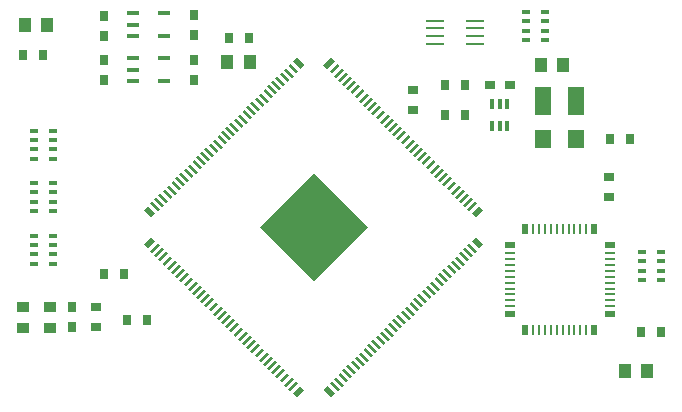
<source format=gtp>
G75*
%MOIN*%
%OFA0B0*%
%FSLAX25Y25*%
%IPPOS*%
%LPD*%
%AMOC8*
5,1,8,0,0,1.08239X$1,22.5*
%
%ADD10R,0.04118X0.04906*%
%ADD11R,0.03543X0.03150*%
%ADD12R,0.05299X0.09630*%
%ADD13R,0.05299X0.06087*%
%ADD14R,0.03150X0.03543*%
%ADD15R,0.03150X0.01575*%
%ADD16R,0.03465X0.01890*%
%ADD17R,0.03701X0.00945*%
%ADD18R,0.01890X0.03465*%
%ADD19R,0.00945X0.03701*%
%ADD20R,0.25378X0.25378*%
%ADD21R,0.01260X0.03819*%
%ADD22R,0.06063X0.00945*%
%ADD23R,0.04291X0.01732*%
%ADD24R,0.04252X0.03465*%
D10*
X0201260Y0137500D03*
X0208740Y0137500D03*
X0104240Y0138500D03*
X0096760Y0138500D03*
X0036740Y0151000D03*
X0029260Y0151000D03*
X0229260Y0035500D03*
X0236740Y0035500D03*
D11*
X0224000Y0093654D03*
X0224000Y0100346D03*
X0190846Y0131000D03*
X0184154Y0131000D03*
X0158500Y0129346D03*
X0158500Y0122654D03*
X0053000Y0056846D03*
X0053000Y0050154D03*
D12*
X0201988Y0125500D03*
X0213012Y0125500D03*
D13*
X0213012Y0113000D03*
X0201988Y0113000D03*
D14*
X0224154Y0113000D03*
X0230846Y0113000D03*
X0175846Y0121000D03*
X0169154Y0121000D03*
X0169154Y0131000D03*
X0175846Y0131000D03*
X0103846Y0146500D03*
X0097154Y0146500D03*
X0085500Y0147654D03*
X0085500Y0154346D03*
X0085500Y0139346D03*
X0085500Y0132654D03*
X0055500Y0132654D03*
X0055500Y0139346D03*
X0055500Y0147154D03*
X0055500Y0153846D03*
X0035346Y0141000D03*
X0028654Y0141000D03*
X0055654Y0068000D03*
X0062346Y0068000D03*
X0045000Y0056846D03*
X0045000Y0050154D03*
X0063154Y0052500D03*
X0069846Y0052500D03*
X0234654Y0048500D03*
X0241346Y0048500D03*
D15*
X0241150Y0065776D03*
X0241150Y0068925D03*
X0241150Y0072075D03*
X0241150Y0075224D03*
X0234850Y0075224D03*
X0234850Y0072075D03*
X0234850Y0068925D03*
X0234850Y0065776D03*
X0202650Y0145776D03*
X0202650Y0148925D03*
X0202650Y0152075D03*
X0202650Y0155224D03*
X0196350Y0155224D03*
X0196350Y0152075D03*
X0196350Y0148925D03*
X0196350Y0145776D03*
X0038650Y0115724D03*
X0038650Y0112575D03*
X0038650Y0109425D03*
X0038650Y0106276D03*
X0032350Y0106276D03*
X0032350Y0109425D03*
X0032350Y0112575D03*
X0032350Y0115724D03*
X0032350Y0098224D03*
X0032350Y0095075D03*
X0032350Y0091925D03*
X0032350Y0088776D03*
X0038650Y0088776D03*
X0038650Y0091925D03*
X0038650Y0095075D03*
X0038650Y0098224D03*
X0038650Y0080724D03*
X0038650Y0077575D03*
X0038650Y0074425D03*
X0038650Y0071276D03*
X0032350Y0071276D03*
X0032350Y0074425D03*
X0032350Y0077575D03*
X0032350Y0080724D03*
D16*
G36*
X0072689Y0078906D02*
X0070241Y0076458D01*
X0068905Y0077794D01*
X0071353Y0080242D01*
X0072689Y0078906D01*
G37*
G36*
X0122242Y0029353D02*
X0119794Y0026905D01*
X0118458Y0028241D01*
X0120906Y0030689D01*
X0122242Y0029353D01*
G37*
X0190768Y0054583D03*
X0224232Y0054583D03*
X0224232Y0077417D03*
X0190768Y0077417D03*
G36*
X0182095Y0089206D02*
X0179647Y0086758D01*
X0178311Y0088094D01*
X0180759Y0090542D01*
X0182095Y0089206D01*
G37*
G36*
X0132542Y0138759D02*
X0130094Y0136311D01*
X0128758Y0137647D01*
X0131206Y0140095D01*
X0132542Y0138759D01*
G37*
D17*
G36*
X0134101Y0137368D02*
X0131486Y0134753D01*
X0130819Y0135420D01*
X0133434Y0138035D01*
X0134101Y0137368D01*
G37*
G36*
X0135493Y0135976D02*
X0132878Y0133361D01*
X0132211Y0134028D01*
X0134826Y0136643D01*
X0135493Y0135976D01*
G37*
G36*
X0136885Y0134584D02*
X0134270Y0131969D01*
X0133603Y0132636D01*
X0136218Y0135251D01*
X0136885Y0134584D01*
G37*
G36*
X0138277Y0133192D02*
X0135662Y0130577D01*
X0134995Y0131244D01*
X0137610Y0133859D01*
X0138277Y0133192D01*
G37*
G36*
X0139668Y0131800D02*
X0137053Y0129185D01*
X0136386Y0129852D01*
X0139001Y0132467D01*
X0139668Y0131800D01*
G37*
G36*
X0141060Y0130408D02*
X0138445Y0127793D01*
X0137778Y0128460D01*
X0140393Y0131075D01*
X0141060Y0130408D01*
G37*
G36*
X0142452Y0129016D02*
X0139837Y0126401D01*
X0139170Y0127068D01*
X0141785Y0129683D01*
X0142452Y0129016D01*
G37*
G36*
X0143844Y0127624D02*
X0141229Y0125009D01*
X0140562Y0125676D01*
X0143177Y0128291D01*
X0143844Y0127624D01*
G37*
G36*
X0145236Y0126232D02*
X0142621Y0123617D01*
X0141954Y0124284D01*
X0144569Y0126899D01*
X0145236Y0126232D01*
G37*
G36*
X0146628Y0124840D02*
X0144013Y0122225D01*
X0143346Y0122892D01*
X0145961Y0125507D01*
X0146628Y0124840D01*
G37*
G36*
X0148020Y0123448D02*
X0145405Y0120833D01*
X0144738Y0121500D01*
X0147353Y0124115D01*
X0148020Y0123448D01*
G37*
G36*
X0149412Y0122056D02*
X0146797Y0119441D01*
X0146130Y0120108D01*
X0148745Y0122723D01*
X0149412Y0122056D01*
G37*
G36*
X0150804Y0120665D02*
X0148189Y0118050D01*
X0147522Y0118717D01*
X0150137Y0121332D01*
X0150804Y0120665D01*
G37*
G36*
X0152196Y0119273D02*
X0149581Y0116658D01*
X0148914Y0117325D01*
X0151529Y0119940D01*
X0152196Y0119273D01*
G37*
G36*
X0153588Y0117881D02*
X0150973Y0115266D01*
X0150306Y0115933D01*
X0152921Y0118548D01*
X0153588Y0117881D01*
G37*
G36*
X0154980Y0116489D02*
X0152365Y0113874D01*
X0151698Y0114541D01*
X0154313Y0117156D01*
X0154980Y0116489D01*
G37*
G36*
X0156372Y0115097D02*
X0153757Y0112482D01*
X0153090Y0113149D01*
X0155705Y0115764D01*
X0156372Y0115097D01*
G37*
G36*
X0157764Y0113705D02*
X0155149Y0111090D01*
X0154482Y0111757D01*
X0157097Y0114372D01*
X0157764Y0113705D01*
G37*
G36*
X0159156Y0112313D02*
X0156541Y0109698D01*
X0155874Y0110365D01*
X0158489Y0112980D01*
X0159156Y0112313D01*
G37*
G36*
X0160548Y0110921D02*
X0157933Y0108306D01*
X0157266Y0108973D01*
X0159881Y0111588D01*
X0160548Y0110921D01*
G37*
G36*
X0161940Y0109529D02*
X0159325Y0106914D01*
X0158658Y0107581D01*
X0161273Y0110196D01*
X0161940Y0109529D01*
G37*
G36*
X0163332Y0108137D02*
X0160717Y0105522D01*
X0160050Y0106189D01*
X0162665Y0108804D01*
X0163332Y0108137D01*
G37*
G36*
X0164723Y0106745D02*
X0162108Y0104130D01*
X0161441Y0104797D01*
X0164056Y0107412D01*
X0164723Y0106745D01*
G37*
G36*
X0166115Y0105353D02*
X0163500Y0102738D01*
X0162833Y0103405D01*
X0165448Y0106020D01*
X0166115Y0105353D01*
G37*
G36*
X0167507Y0103961D02*
X0164892Y0101346D01*
X0164225Y0102013D01*
X0166840Y0104628D01*
X0167507Y0103961D01*
G37*
G36*
X0168899Y0102569D02*
X0166284Y0099954D01*
X0165617Y0100621D01*
X0168232Y0103236D01*
X0168899Y0102569D01*
G37*
G36*
X0170291Y0101177D02*
X0167676Y0098562D01*
X0167009Y0099229D01*
X0169624Y0101844D01*
X0170291Y0101177D01*
G37*
G36*
X0171683Y0099785D02*
X0169068Y0097170D01*
X0168401Y0097837D01*
X0171016Y0100452D01*
X0171683Y0099785D01*
G37*
G36*
X0173075Y0098393D02*
X0170460Y0095778D01*
X0169793Y0096445D01*
X0172408Y0099060D01*
X0173075Y0098393D01*
G37*
G36*
X0174467Y0097001D02*
X0171852Y0094386D01*
X0171185Y0095053D01*
X0173800Y0097668D01*
X0174467Y0097001D01*
G37*
G36*
X0175859Y0095610D02*
X0173244Y0092995D01*
X0172577Y0093662D01*
X0175192Y0096277D01*
X0175859Y0095610D01*
G37*
G36*
X0177251Y0094218D02*
X0174636Y0091603D01*
X0173969Y0092270D01*
X0176584Y0094885D01*
X0177251Y0094218D01*
G37*
G36*
X0178643Y0092826D02*
X0176028Y0090211D01*
X0175361Y0090878D01*
X0177976Y0093493D01*
X0178643Y0092826D01*
G37*
G36*
X0180035Y0091434D02*
X0177420Y0088819D01*
X0176753Y0089486D01*
X0179368Y0092101D01*
X0180035Y0091434D01*
G37*
X0190768Y0074858D03*
X0190768Y0072890D03*
X0190768Y0070921D03*
X0190768Y0068953D03*
X0190768Y0066984D03*
X0190768Y0065016D03*
X0190768Y0063047D03*
X0190768Y0061079D03*
X0190768Y0059110D03*
X0190768Y0057142D03*
X0224232Y0057142D03*
X0224232Y0059110D03*
X0224232Y0061079D03*
X0224232Y0063047D03*
X0224232Y0065016D03*
X0224232Y0066984D03*
X0224232Y0068953D03*
X0224232Y0070921D03*
X0224232Y0072890D03*
X0224232Y0074858D03*
G36*
X0120181Y0031580D02*
X0117566Y0028965D01*
X0116899Y0029632D01*
X0119514Y0032247D01*
X0120181Y0031580D01*
G37*
G36*
X0118789Y0032972D02*
X0116174Y0030357D01*
X0115507Y0031024D01*
X0118122Y0033639D01*
X0118789Y0032972D01*
G37*
G36*
X0117397Y0034364D02*
X0114782Y0031749D01*
X0114115Y0032416D01*
X0116730Y0035031D01*
X0117397Y0034364D01*
G37*
G36*
X0116005Y0035756D02*
X0113390Y0033141D01*
X0112723Y0033808D01*
X0115338Y0036423D01*
X0116005Y0035756D01*
G37*
G36*
X0114614Y0037148D02*
X0111999Y0034533D01*
X0111332Y0035200D01*
X0113947Y0037815D01*
X0114614Y0037148D01*
G37*
G36*
X0113222Y0038540D02*
X0110607Y0035925D01*
X0109940Y0036592D01*
X0112555Y0039207D01*
X0113222Y0038540D01*
G37*
G36*
X0111830Y0039932D02*
X0109215Y0037317D01*
X0108548Y0037984D01*
X0111163Y0040599D01*
X0111830Y0039932D01*
G37*
G36*
X0110438Y0041324D02*
X0107823Y0038709D01*
X0107156Y0039376D01*
X0109771Y0041991D01*
X0110438Y0041324D01*
G37*
G36*
X0109046Y0042716D02*
X0106431Y0040101D01*
X0105764Y0040768D01*
X0108379Y0043383D01*
X0109046Y0042716D01*
G37*
G36*
X0107654Y0044108D02*
X0105039Y0041493D01*
X0104372Y0042160D01*
X0106987Y0044775D01*
X0107654Y0044108D01*
G37*
G36*
X0106262Y0045500D02*
X0103647Y0042885D01*
X0102980Y0043552D01*
X0105595Y0046167D01*
X0106262Y0045500D01*
G37*
G36*
X0104870Y0046892D02*
X0102255Y0044277D01*
X0101588Y0044944D01*
X0104203Y0047559D01*
X0104870Y0046892D01*
G37*
G36*
X0103478Y0048283D02*
X0100863Y0045668D01*
X0100196Y0046335D01*
X0102811Y0048950D01*
X0103478Y0048283D01*
G37*
G36*
X0102086Y0049675D02*
X0099471Y0047060D01*
X0098804Y0047727D01*
X0101419Y0050342D01*
X0102086Y0049675D01*
G37*
G36*
X0100694Y0051067D02*
X0098079Y0048452D01*
X0097412Y0049119D01*
X0100027Y0051734D01*
X0100694Y0051067D01*
G37*
G36*
X0099302Y0052459D02*
X0096687Y0049844D01*
X0096020Y0050511D01*
X0098635Y0053126D01*
X0099302Y0052459D01*
G37*
G36*
X0097910Y0053851D02*
X0095295Y0051236D01*
X0094628Y0051903D01*
X0097243Y0054518D01*
X0097910Y0053851D01*
G37*
G36*
X0096518Y0055243D02*
X0093903Y0052628D01*
X0093236Y0053295D01*
X0095851Y0055910D01*
X0096518Y0055243D01*
G37*
G36*
X0095126Y0056635D02*
X0092511Y0054020D01*
X0091844Y0054687D01*
X0094459Y0057302D01*
X0095126Y0056635D01*
G37*
G36*
X0093734Y0058027D02*
X0091119Y0055412D01*
X0090452Y0056079D01*
X0093067Y0058694D01*
X0093734Y0058027D01*
G37*
G36*
X0092342Y0059419D02*
X0089727Y0056804D01*
X0089060Y0057471D01*
X0091675Y0060086D01*
X0092342Y0059419D01*
G37*
G36*
X0090950Y0060811D02*
X0088335Y0058196D01*
X0087668Y0058863D01*
X0090283Y0061478D01*
X0090950Y0060811D01*
G37*
G36*
X0089559Y0062203D02*
X0086944Y0059588D01*
X0086277Y0060255D01*
X0088892Y0062870D01*
X0089559Y0062203D01*
G37*
G36*
X0088167Y0063595D02*
X0085552Y0060980D01*
X0084885Y0061647D01*
X0087500Y0064262D01*
X0088167Y0063595D01*
G37*
G36*
X0086775Y0064987D02*
X0084160Y0062372D01*
X0083493Y0063039D01*
X0086108Y0065654D01*
X0086775Y0064987D01*
G37*
G36*
X0085383Y0066379D02*
X0082768Y0063764D01*
X0082101Y0064431D01*
X0084716Y0067046D01*
X0085383Y0066379D01*
G37*
G36*
X0083991Y0067771D02*
X0081376Y0065156D01*
X0080709Y0065823D01*
X0083324Y0068438D01*
X0083991Y0067771D01*
G37*
G36*
X0082599Y0069163D02*
X0079984Y0066548D01*
X0079317Y0067215D01*
X0081932Y0069830D01*
X0082599Y0069163D01*
G37*
G36*
X0081207Y0070555D02*
X0078592Y0067940D01*
X0077925Y0068607D01*
X0080540Y0071222D01*
X0081207Y0070555D01*
G37*
G36*
X0079815Y0071947D02*
X0077200Y0069332D01*
X0076533Y0069999D01*
X0079148Y0072614D01*
X0079815Y0071947D01*
G37*
G36*
X0078423Y0073338D02*
X0075808Y0070723D01*
X0075141Y0071390D01*
X0077756Y0074005D01*
X0078423Y0073338D01*
G37*
G36*
X0077031Y0074730D02*
X0074416Y0072115D01*
X0073749Y0072782D01*
X0076364Y0075397D01*
X0077031Y0074730D01*
G37*
G36*
X0075639Y0076122D02*
X0073024Y0073507D01*
X0072357Y0074174D01*
X0074972Y0076789D01*
X0075639Y0076122D01*
G37*
G36*
X0074247Y0077514D02*
X0071632Y0074899D01*
X0070965Y0075566D01*
X0073580Y0078181D01*
X0074247Y0077514D01*
G37*
D18*
G36*
X0072689Y0088094D02*
X0071353Y0086758D01*
X0068905Y0089206D01*
X0070241Y0090542D01*
X0072689Y0088094D01*
G37*
G36*
X0122242Y0137647D02*
X0120906Y0136311D01*
X0118458Y0138759D01*
X0119794Y0140095D01*
X0122242Y0137647D01*
G37*
X0196083Y0082732D03*
G36*
X0182095Y0077794D02*
X0180759Y0076458D01*
X0178311Y0078906D01*
X0179647Y0080242D01*
X0182095Y0077794D01*
G37*
X0218917Y0082732D03*
X0218917Y0049268D03*
X0196083Y0049268D03*
G36*
X0132542Y0028241D02*
X0131206Y0026905D01*
X0128758Y0029353D01*
X0130094Y0030689D01*
X0132542Y0028241D01*
G37*
D19*
G36*
X0134101Y0029632D02*
X0133434Y0028965D01*
X0130819Y0031580D01*
X0131486Y0032247D01*
X0134101Y0029632D01*
G37*
G36*
X0135493Y0031024D02*
X0134826Y0030357D01*
X0132211Y0032972D01*
X0132878Y0033639D01*
X0135493Y0031024D01*
G37*
G36*
X0136885Y0032416D02*
X0136218Y0031749D01*
X0133603Y0034364D01*
X0134270Y0035031D01*
X0136885Y0032416D01*
G37*
G36*
X0138277Y0033808D02*
X0137610Y0033141D01*
X0134995Y0035756D01*
X0135662Y0036423D01*
X0138277Y0033808D01*
G37*
G36*
X0139668Y0035200D02*
X0139001Y0034533D01*
X0136386Y0037148D01*
X0137053Y0037815D01*
X0139668Y0035200D01*
G37*
G36*
X0141060Y0036592D02*
X0140393Y0035925D01*
X0137778Y0038540D01*
X0138445Y0039207D01*
X0141060Y0036592D01*
G37*
G36*
X0142452Y0037984D02*
X0141785Y0037317D01*
X0139170Y0039932D01*
X0139837Y0040599D01*
X0142452Y0037984D01*
G37*
G36*
X0143844Y0039376D02*
X0143177Y0038709D01*
X0140562Y0041324D01*
X0141229Y0041991D01*
X0143844Y0039376D01*
G37*
G36*
X0145236Y0040768D02*
X0144569Y0040101D01*
X0141954Y0042716D01*
X0142621Y0043383D01*
X0145236Y0040768D01*
G37*
G36*
X0146628Y0042160D02*
X0145961Y0041493D01*
X0143346Y0044108D01*
X0144013Y0044775D01*
X0146628Y0042160D01*
G37*
G36*
X0148020Y0043552D02*
X0147353Y0042885D01*
X0144738Y0045500D01*
X0145405Y0046167D01*
X0148020Y0043552D01*
G37*
G36*
X0149412Y0044944D02*
X0148745Y0044277D01*
X0146130Y0046892D01*
X0146797Y0047559D01*
X0149412Y0044944D01*
G37*
G36*
X0150804Y0046335D02*
X0150137Y0045668D01*
X0147522Y0048283D01*
X0148189Y0048950D01*
X0150804Y0046335D01*
G37*
G36*
X0152196Y0047727D02*
X0151529Y0047060D01*
X0148914Y0049675D01*
X0149581Y0050342D01*
X0152196Y0047727D01*
G37*
G36*
X0153588Y0049119D02*
X0152921Y0048452D01*
X0150306Y0051067D01*
X0150973Y0051734D01*
X0153588Y0049119D01*
G37*
G36*
X0154980Y0050511D02*
X0154313Y0049844D01*
X0151698Y0052459D01*
X0152365Y0053126D01*
X0154980Y0050511D01*
G37*
G36*
X0156372Y0051903D02*
X0155705Y0051236D01*
X0153090Y0053851D01*
X0153757Y0054518D01*
X0156372Y0051903D01*
G37*
G36*
X0157764Y0053295D02*
X0157097Y0052628D01*
X0154482Y0055243D01*
X0155149Y0055910D01*
X0157764Y0053295D01*
G37*
G36*
X0159156Y0054687D02*
X0158489Y0054020D01*
X0155874Y0056635D01*
X0156541Y0057302D01*
X0159156Y0054687D01*
G37*
G36*
X0160548Y0056079D02*
X0159881Y0055412D01*
X0157266Y0058027D01*
X0157933Y0058694D01*
X0160548Y0056079D01*
G37*
G36*
X0161940Y0057471D02*
X0161273Y0056804D01*
X0158658Y0059419D01*
X0159325Y0060086D01*
X0161940Y0057471D01*
G37*
G36*
X0163332Y0058863D02*
X0162665Y0058196D01*
X0160050Y0060811D01*
X0160717Y0061478D01*
X0163332Y0058863D01*
G37*
G36*
X0164723Y0060255D02*
X0164056Y0059588D01*
X0161441Y0062203D01*
X0162108Y0062870D01*
X0164723Y0060255D01*
G37*
G36*
X0166115Y0061647D02*
X0165448Y0060980D01*
X0162833Y0063595D01*
X0163500Y0064262D01*
X0166115Y0061647D01*
G37*
G36*
X0167507Y0063039D02*
X0166840Y0062372D01*
X0164225Y0064987D01*
X0164892Y0065654D01*
X0167507Y0063039D01*
G37*
G36*
X0168899Y0064431D02*
X0168232Y0063764D01*
X0165617Y0066379D01*
X0166284Y0067046D01*
X0168899Y0064431D01*
G37*
G36*
X0170291Y0065823D02*
X0169624Y0065156D01*
X0167009Y0067771D01*
X0167676Y0068438D01*
X0170291Y0065823D01*
G37*
G36*
X0171683Y0067215D02*
X0171016Y0066548D01*
X0168401Y0069163D01*
X0169068Y0069830D01*
X0171683Y0067215D01*
G37*
G36*
X0173075Y0068607D02*
X0172408Y0067940D01*
X0169793Y0070555D01*
X0170460Y0071222D01*
X0173075Y0068607D01*
G37*
G36*
X0174467Y0069999D02*
X0173800Y0069332D01*
X0171185Y0071947D01*
X0171852Y0072614D01*
X0174467Y0069999D01*
G37*
G36*
X0175859Y0071390D02*
X0175192Y0070723D01*
X0172577Y0073338D01*
X0173244Y0074005D01*
X0175859Y0071390D01*
G37*
G36*
X0177251Y0072782D02*
X0176584Y0072115D01*
X0173969Y0074730D01*
X0174636Y0075397D01*
X0177251Y0072782D01*
G37*
G36*
X0178643Y0074174D02*
X0177976Y0073507D01*
X0175361Y0076122D01*
X0176028Y0076789D01*
X0178643Y0074174D01*
G37*
G36*
X0180035Y0075566D02*
X0179368Y0074899D01*
X0176753Y0077514D01*
X0177420Y0078181D01*
X0180035Y0075566D01*
G37*
X0198642Y0082732D03*
X0200610Y0082732D03*
X0202579Y0082732D03*
X0204547Y0082732D03*
X0206516Y0082732D03*
X0208484Y0082732D03*
X0210453Y0082732D03*
X0212421Y0082732D03*
X0214390Y0082732D03*
X0216358Y0082732D03*
X0216358Y0049268D03*
X0214390Y0049268D03*
X0212421Y0049268D03*
X0210453Y0049268D03*
X0208484Y0049268D03*
X0206516Y0049268D03*
X0204547Y0049268D03*
X0202579Y0049268D03*
X0200610Y0049268D03*
X0198642Y0049268D03*
G36*
X0097910Y0113149D02*
X0097243Y0112482D01*
X0094628Y0115097D01*
X0095295Y0115764D01*
X0097910Y0113149D01*
G37*
G36*
X0099302Y0114541D02*
X0098635Y0113874D01*
X0096020Y0116489D01*
X0096687Y0117156D01*
X0099302Y0114541D01*
G37*
G36*
X0100694Y0115933D02*
X0100027Y0115266D01*
X0097412Y0117881D01*
X0098079Y0118548D01*
X0100694Y0115933D01*
G37*
G36*
X0102086Y0117325D02*
X0101419Y0116658D01*
X0098804Y0119273D01*
X0099471Y0119940D01*
X0102086Y0117325D01*
G37*
G36*
X0103478Y0118717D02*
X0102811Y0118050D01*
X0100196Y0120665D01*
X0100863Y0121332D01*
X0103478Y0118717D01*
G37*
G36*
X0104870Y0120108D02*
X0104203Y0119441D01*
X0101588Y0122056D01*
X0102255Y0122723D01*
X0104870Y0120108D01*
G37*
G36*
X0106262Y0121500D02*
X0105595Y0120833D01*
X0102980Y0123448D01*
X0103647Y0124115D01*
X0106262Y0121500D01*
G37*
G36*
X0107654Y0122892D02*
X0106987Y0122225D01*
X0104372Y0124840D01*
X0105039Y0125507D01*
X0107654Y0122892D01*
G37*
G36*
X0109046Y0124284D02*
X0108379Y0123617D01*
X0105764Y0126232D01*
X0106431Y0126899D01*
X0109046Y0124284D01*
G37*
G36*
X0110438Y0125676D02*
X0109771Y0125009D01*
X0107156Y0127624D01*
X0107823Y0128291D01*
X0110438Y0125676D01*
G37*
G36*
X0111830Y0127068D02*
X0111163Y0126401D01*
X0108548Y0129016D01*
X0109215Y0129683D01*
X0111830Y0127068D01*
G37*
G36*
X0113222Y0128460D02*
X0112555Y0127793D01*
X0109940Y0130408D01*
X0110607Y0131075D01*
X0113222Y0128460D01*
G37*
G36*
X0114614Y0129852D02*
X0113947Y0129185D01*
X0111332Y0131800D01*
X0111999Y0132467D01*
X0114614Y0129852D01*
G37*
G36*
X0116005Y0131244D02*
X0115338Y0130577D01*
X0112723Y0133192D01*
X0113390Y0133859D01*
X0116005Y0131244D01*
G37*
G36*
X0117397Y0132636D02*
X0116730Y0131969D01*
X0114115Y0134584D01*
X0114782Y0135251D01*
X0117397Y0132636D01*
G37*
G36*
X0118789Y0134028D02*
X0118122Y0133361D01*
X0115507Y0135976D01*
X0116174Y0136643D01*
X0118789Y0134028D01*
G37*
G36*
X0120181Y0135420D02*
X0119514Y0134753D01*
X0116899Y0137368D01*
X0117566Y0138035D01*
X0120181Y0135420D01*
G37*
G36*
X0096518Y0111757D02*
X0095851Y0111090D01*
X0093236Y0113705D01*
X0093903Y0114372D01*
X0096518Y0111757D01*
G37*
G36*
X0095126Y0110365D02*
X0094459Y0109698D01*
X0091844Y0112313D01*
X0092511Y0112980D01*
X0095126Y0110365D01*
G37*
G36*
X0093734Y0108973D02*
X0093067Y0108306D01*
X0090452Y0110921D01*
X0091119Y0111588D01*
X0093734Y0108973D01*
G37*
G36*
X0092342Y0107581D02*
X0091675Y0106914D01*
X0089060Y0109529D01*
X0089727Y0110196D01*
X0092342Y0107581D01*
G37*
G36*
X0090950Y0106189D02*
X0090283Y0105522D01*
X0087668Y0108137D01*
X0088335Y0108804D01*
X0090950Y0106189D01*
G37*
G36*
X0089559Y0104797D02*
X0088892Y0104130D01*
X0086277Y0106745D01*
X0086944Y0107412D01*
X0089559Y0104797D01*
G37*
G36*
X0088167Y0103405D02*
X0087500Y0102738D01*
X0084885Y0105353D01*
X0085552Y0106020D01*
X0088167Y0103405D01*
G37*
G36*
X0086775Y0102013D02*
X0086108Y0101346D01*
X0083493Y0103961D01*
X0084160Y0104628D01*
X0086775Y0102013D01*
G37*
G36*
X0085383Y0100621D02*
X0084716Y0099954D01*
X0082101Y0102569D01*
X0082768Y0103236D01*
X0085383Y0100621D01*
G37*
G36*
X0083991Y0099229D02*
X0083324Y0098562D01*
X0080709Y0101177D01*
X0081376Y0101844D01*
X0083991Y0099229D01*
G37*
G36*
X0082599Y0097837D02*
X0081932Y0097170D01*
X0079317Y0099785D01*
X0079984Y0100452D01*
X0082599Y0097837D01*
G37*
G36*
X0081207Y0096445D02*
X0080540Y0095778D01*
X0077925Y0098393D01*
X0078592Y0099060D01*
X0081207Y0096445D01*
G37*
G36*
X0079815Y0095053D02*
X0079148Y0094386D01*
X0076533Y0097001D01*
X0077200Y0097668D01*
X0079815Y0095053D01*
G37*
G36*
X0078423Y0093662D02*
X0077756Y0092995D01*
X0075141Y0095610D01*
X0075808Y0096277D01*
X0078423Y0093662D01*
G37*
G36*
X0077031Y0092270D02*
X0076364Y0091603D01*
X0073749Y0094218D01*
X0074416Y0094885D01*
X0077031Y0092270D01*
G37*
G36*
X0075639Y0090878D02*
X0074972Y0090211D01*
X0072357Y0092826D01*
X0073024Y0093493D01*
X0075639Y0090878D01*
G37*
G36*
X0074247Y0089486D02*
X0073580Y0088819D01*
X0070965Y0091434D01*
X0071632Y0092101D01*
X0074247Y0089486D01*
G37*
D20*
G36*
X0143444Y0083500D02*
X0125500Y0065556D01*
X0107556Y0083500D01*
X0125500Y0101444D01*
X0143444Y0083500D01*
G37*
D21*
X0184941Y0117358D03*
X0187500Y0117358D03*
X0190059Y0117358D03*
X0190059Y0124642D03*
X0187500Y0124642D03*
X0184941Y0124642D03*
D22*
X0179193Y0144661D03*
X0179193Y0147220D03*
X0179193Y0149780D03*
X0179193Y0152339D03*
X0165807Y0152339D03*
X0165807Y0149780D03*
X0165807Y0147220D03*
X0165807Y0144661D03*
D23*
X0075619Y0147260D03*
X0065381Y0147260D03*
X0065381Y0151000D03*
X0065381Y0154740D03*
X0075619Y0154740D03*
X0075619Y0139740D03*
X0075619Y0132260D03*
X0065381Y0132260D03*
X0065381Y0136000D03*
X0065381Y0139740D03*
D24*
X0028472Y0049957D03*
X0037528Y0049957D03*
X0037528Y0057043D03*
X0028472Y0057043D03*
M02*

</source>
